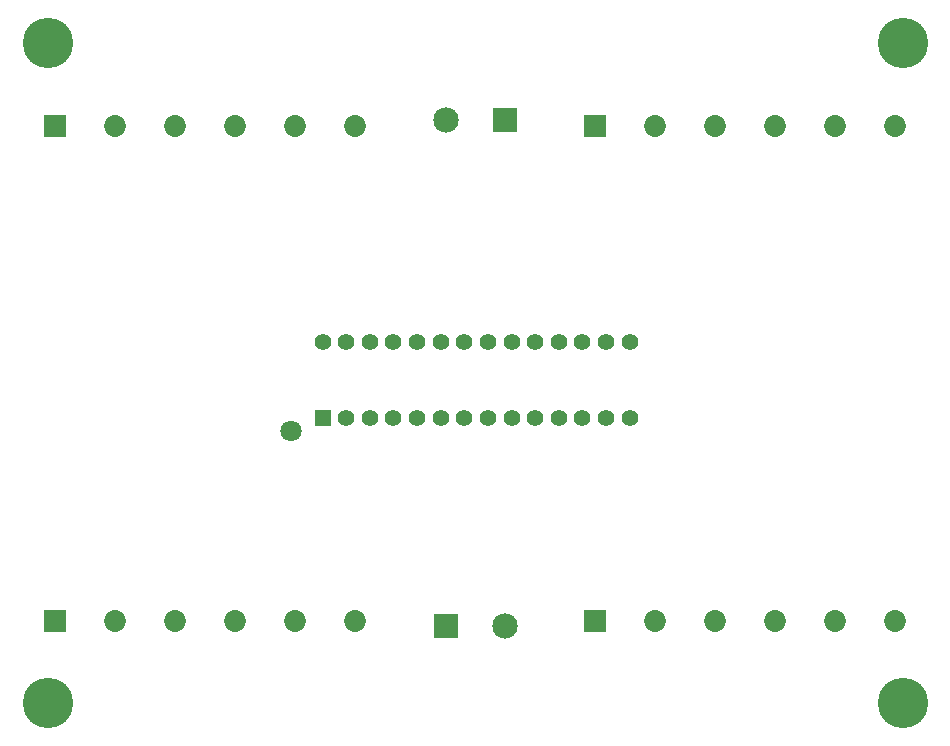
<source format=gbs>
%FSTAX23Y23*%
%MOIN*%
%SFA1B1*%

%IPPOS*%
%ADD15R,0.072960X0.072960*%
%ADD16C,0.072960*%
%ADD17C,0.084770*%
%ADD18R,0.084770X0.084770*%
%ADD19C,0.168000*%
%ADD20C,0.070990*%
%ADD21R,0.055240X0.055240*%
%ADD22C,0.055240*%
%LNtherms-1*%
%LPD*%
G54D15*
X01965Y00415D03*
X00165D03*
X01965Y02065D03*
X00165D03*
G54D16*
X02165Y00415D03*
X02365D03*
X02565D03*
X02765D03*
X02965D03*
X00365D03*
X00565D03*
X00765D03*
X00965D03*
X01165D03*
X02165Y02065D03*
X02365D03*
X02565D03*
X02765D03*
X02965D03*
X00365D03*
X00565D03*
X00765D03*
X00965D03*
X01165D03*
G54D17*
X01663Y00397D03*
X01466Y02082D03*
G54D18*
X01466Y00397D03*
X01663Y02082D03*
G54D19*
X0014Y0234D03*
X0299D03*
Y0014D03*
X0014D03*
G54D20*
X00952Y01046D03*
G54D21*
X01056Y0109D03*
G54D22*
X01135Y0109D03*
X01213D03*
X01292D03*
X01371D03*
X0145D03*
X01528D03*
X01607D03*
X01686D03*
X01765D03*
X01843D03*
X01922D03*
X02001D03*
X02079D03*
X01056Y01345D03*
X01135D03*
X01213D03*
X01292D03*
X01371D03*
X0145D03*
X01528D03*
X01607D03*
X01686D03*
X01765D03*
X01843D03*
X01922D03*
X02001D03*
X02079D03*
M02*
</source>
